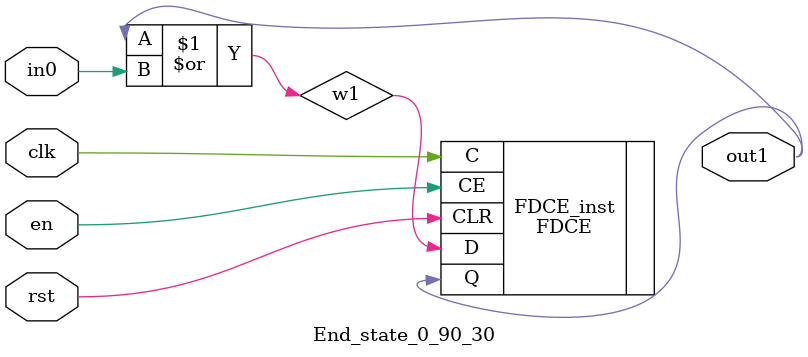
<source format=v>
module engine_0_90(out,clk,sod,en, in_1, in_3, in_4, in_5, in_7, in_8, in_12, in_15, in_17, in_18, in_19, in_20, in_32, in_42, in_65, in_110);
//pcre: /on(load|click)\s*=\s*\x22?window\.close\s*\x28/si
//block char: \x20[8], N[0], O[0], L[0], I[0], S[0], \x2E[8], a[0], e[0], c[0], d[0], =[0], w[0], \x28[8], K[0], \x22[8], 

	input clk,sod,en;

	input in_1, in_3, in_4, in_5, in_7, in_8, in_12, in_15, in_17, in_18, in_19, in_20, in_32, in_42, in_65, in_110;
	output out;

	assign w0 = 1'b1;
	state_0_90_1 BlockState_0_90_1 (w1,in_4,clk,en,sod,w0);
	state_0_90_2 BlockState_0_90_2 (w2,in_3,clk,en,sod,w1);
	state_0_90_3 BlockState_0_90_3 (w3,in_5,clk,en,sod,w2);
	state_0_90_4 BlockState_0_90_4 (w4,in_4,clk,en,sod,w3);
	state_0_90_5 BlockState_0_90_5 (w5,in_15,clk,en,sod,w4);
	state_0_90_6 BlockState_0_90_6 (w6,in_19,clk,en,sod,w5);
	state_0_90_7 BlockState_0_90_7 (w7,in_18,clk,en,sod,w2);
	state_0_90_8 BlockState_0_90_8 (w8,in_5,clk,en,sod,w7);
	state_0_90_9 BlockState_0_90_9 (w9,in_7,clk,en,sod,w8);
	state_0_90_10 BlockState_0_90_10 (w10,in_18,clk,en,sod,w9);
	state_0_90_11 BlockState_0_90_11 (w11,in_65,clk,en,sod,w10);
	state_0_90_12 BlockState_0_90_12 (w12,in_1,clk,en,sod,w12,w6,w11);
	state_0_90_13 BlockState_0_90_13 (w13,in_20,clk,en,sod,w6,w11,w12);
	state_0_90_14 BlockState_0_90_14 (w14,in_1,clk,en,sod,w14,w13);
	state_0_90_15 BlockState_0_90_15 (w15,in_110,clk,en,sod,w13,w14);
	state_0_90_16 BlockState_0_90_16 (w16,in_32,clk,en,sod,w13,w14,w15);
	state_0_90_17 BlockState_0_90_17 (w17,in_7,clk,en,sod,w16);
	state_0_90_18 BlockState_0_90_18 (w18,in_3,clk,en,sod,w17);
	state_0_90_19 BlockState_0_90_19 (w19,in_19,clk,en,sod,w18);
	state_0_90_20 BlockState_0_90_20 (w20,in_4,clk,en,sod,w19);
	state_0_90_21 BlockState_0_90_21 (w21,in_32,clk,en,sod,w20);
	state_0_90_22 BlockState_0_90_22 (w22,in_12,clk,en,sod,w21);
	state_0_90_23 BlockState_0_90_23 (w23,in_18,clk,en,sod,w22);
	state_0_90_24 BlockState_0_90_24 (w24,in_5,clk,en,sod,w23);
	state_0_90_25 BlockState_0_90_25 (w25,in_4,clk,en,sod,w24);
	state_0_90_26 BlockState_0_90_26 (w26,in_8,clk,en,sod,w25);
	state_0_90_27 BlockState_0_90_27 (w27,in_17,clk,en,sod,w26);
	state_0_90_28 BlockState_0_90_28 (w28,in_1,clk,en,sod,w28,w27);
	state_0_90_29 BlockState_0_90_29 (w29,in_42,clk,en,sod,w27,w28);
	End_state_0_90_30 BlockState_0_90_30 (out,clk,en,sod,w29);
endmodule

module state_0_90_1(out1,in_char,clk,en,rst,in0);
	input in_char,clk,en,rst,in0;
	output out1;
	wire w1,w2;
	assign w1 = in0; 
	and(w2,in_char,w1);
	FDCE #(.INIT(1'b0)) FDCE_inst (
		.Q(out1),
		.C(clk),
		.CE(en),
		.CLR(rst),
		.D(w2)
);
endmodule

module state_0_90_2(out1,in_char,clk,en,rst,in0);
	input in_char,clk,en,rst,in0;
	output out1;
	wire w1,w2;
	assign w1 = in0; 
	and(w2,in_char,w1);
	FDCE #(.INIT(1'b0)) FDCE_inst (
		.Q(out1),
		.C(clk),
		.CE(en),
		.CLR(rst),
		.D(w2)
);
endmodule

module state_0_90_3(out1,in_char,clk,en,rst,in0);
	input in_char,clk,en,rst,in0;
	output out1;
	wire w1,w2;
	assign w1 = in0; 
	and(w2,in_char,w1);
	FDCE #(.INIT(1'b0)) FDCE_inst (
		.Q(out1),
		.C(clk),
		.CE(en),
		.CLR(rst),
		.D(w2)
);
endmodule

module state_0_90_4(out1,in_char,clk,en,rst,in0);
	input in_char,clk,en,rst,in0;
	output out1;
	wire w1,w2;
	assign w1 = in0; 
	and(w2,in_char,w1);
	FDCE #(.INIT(1'b0)) FDCE_inst (
		.Q(out1),
		.C(clk),
		.CE(en),
		.CLR(rst),
		.D(w2)
);
endmodule

module state_0_90_5(out1,in_char,clk,en,rst,in0);
	input in_char,clk,en,rst,in0;
	output out1;
	wire w1,w2;
	assign w1 = in0; 
	and(w2,in_char,w1);
	FDCE #(.INIT(1'b0)) FDCE_inst (
		.Q(out1),
		.C(clk),
		.CE(en),
		.CLR(rst),
		.D(w2)
);
endmodule

module state_0_90_6(out1,in_char,clk,en,rst,in0);
	input in_char,clk,en,rst,in0;
	output out1;
	wire w1,w2;
	assign w1 = in0; 
	and(w2,in_char,w1);
	FDCE #(.INIT(1'b0)) FDCE_inst (
		.Q(out1),
		.C(clk),
		.CE(en),
		.CLR(rst),
		.D(w2)
);
endmodule

module state_0_90_7(out1,in_char,clk,en,rst,in0);
	input in_char,clk,en,rst,in0;
	output out1;
	wire w1,w2;
	assign w1 = in0; 
	and(w2,in_char,w1);
	FDCE #(.INIT(1'b0)) FDCE_inst (
		.Q(out1),
		.C(clk),
		.CE(en),
		.CLR(rst),
		.D(w2)
);
endmodule

module state_0_90_8(out1,in_char,clk,en,rst,in0);
	input in_char,clk,en,rst,in0;
	output out1;
	wire w1,w2;
	assign w1 = in0; 
	and(w2,in_char,w1);
	FDCE #(.INIT(1'b0)) FDCE_inst (
		.Q(out1),
		.C(clk),
		.CE(en),
		.CLR(rst),
		.D(w2)
);
endmodule

module state_0_90_9(out1,in_char,clk,en,rst,in0);
	input in_char,clk,en,rst,in0;
	output out1;
	wire w1,w2;
	assign w1 = in0; 
	and(w2,in_char,w1);
	FDCE #(.INIT(1'b0)) FDCE_inst (
		.Q(out1),
		.C(clk),
		.CE(en),
		.CLR(rst),
		.D(w2)
);
endmodule

module state_0_90_10(out1,in_char,clk,en,rst,in0);
	input in_char,clk,en,rst,in0;
	output out1;
	wire w1,w2;
	assign w1 = in0; 
	and(w2,in_char,w1);
	FDCE #(.INIT(1'b0)) FDCE_inst (
		.Q(out1),
		.C(clk),
		.CE(en),
		.CLR(rst),
		.D(w2)
);
endmodule

module state_0_90_11(out1,in_char,clk,en,rst,in0);
	input in_char,clk,en,rst,in0;
	output out1;
	wire w1,w2;
	assign w1 = in0; 
	and(w2,in_char,w1);
	FDCE #(.INIT(1'b0)) FDCE_inst (
		.Q(out1),
		.C(clk),
		.CE(en),
		.CLR(rst),
		.D(w2)
);
endmodule

module state_0_90_12(out1,in_char,clk,en,rst,in0,in1,in2);
	input in_char,clk,en,rst,in0,in1,in2;
	output out1;
	wire w1,w2;
	or(w1,in0,in1,in2);
	and(w2,in_char,w1);
	FDCE #(.INIT(1'b0)) FDCE_inst (
		.Q(out1),
		.C(clk),
		.CE(en),
		.CLR(rst),
		.D(w2)
);
endmodule

module state_0_90_13(out1,in_char,clk,en,rst,in0,in1,in2);
	input in_char,clk,en,rst,in0,in1,in2;
	output out1;
	wire w1,w2;
	or(w1,in0,in1,in2);
	and(w2,in_char,w1);
	FDCE #(.INIT(1'b0)) FDCE_inst (
		.Q(out1),
		.C(clk),
		.CE(en),
		.CLR(rst),
		.D(w2)
);
endmodule

module state_0_90_14(out1,in_char,clk,en,rst,in0,in1);
	input in_char,clk,en,rst,in0,in1;
	output out1;
	wire w1,w2;
	or(w1,in0,in1);
	and(w2,in_char,w1);
	FDCE #(.INIT(1'b0)) FDCE_inst (
		.Q(out1),
		.C(clk),
		.CE(en),
		.CLR(rst),
		.D(w2)
);
endmodule

module state_0_90_15(out1,in_char,clk,en,rst,in0,in1);
	input in_char,clk,en,rst,in0,in1;
	output out1;
	wire w1,w2;
	or(w1,in0,in1);
	and(w2,in_char,w1);
	FDCE #(.INIT(1'b0)) FDCE_inst (
		.Q(out1),
		.C(clk),
		.CE(en),
		.CLR(rst),
		.D(w2)
);
endmodule

module state_0_90_16(out1,in_char,clk,en,rst,in0,in1,in2);
	input in_char,clk,en,rst,in0,in1,in2;
	output out1;
	wire w1,w2;
	or(w1,in0,in1,in2);
	and(w2,in_char,w1);
	FDCE #(.INIT(1'b0)) FDCE_inst (
		.Q(out1),
		.C(clk),
		.CE(en),
		.CLR(rst),
		.D(w2)
);
endmodule

module state_0_90_17(out1,in_char,clk,en,rst,in0);
	input in_char,clk,en,rst,in0;
	output out1;
	wire w1,w2;
	assign w1 = in0; 
	and(w2,in_char,w1);
	FDCE #(.INIT(1'b0)) FDCE_inst (
		.Q(out1),
		.C(clk),
		.CE(en),
		.CLR(rst),
		.D(w2)
);
endmodule

module state_0_90_18(out1,in_char,clk,en,rst,in0);
	input in_char,clk,en,rst,in0;
	output out1;
	wire w1,w2;
	assign w1 = in0; 
	and(w2,in_char,w1);
	FDCE #(.INIT(1'b0)) FDCE_inst (
		.Q(out1),
		.C(clk),
		.CE(en),
		.CLR(rst),
		.D(w2)
);
endmodule

module state_0_90_19(out1,in_char,clk,en,rst,in0);
	input in_char,clk,en,rst,in0;
	output out1;
	wire w1,w2;
	assign w1 = in0; 
	and(w2,in_char,w1);
	FDCE #(.INIT(1'b0)) FDCE_inst (
		.Q(out1),
		.C(clk),
		.CE(en),
		.CLR(rst),
		.D(w2)
);
endmodule

module state_0_90_20(out1,in_char,clk,en,rst,in0);
	input in_char,clk,en,rst,in0;
	output out1;
	wire w1,w2;
	assign w1 = in0; 
	and(w2,in_char,w1);
	FDCE #(.INIT(1'b0)) FDCE_inst (
		.Q(out1),
		.C(clk),
		.CE(en),
		.CLR(rst),
		.D(w2)
);
endmodule

module state_0_90_21(out1,in_char,clk,en,rst,in0);
	input in_char,clk,en,rst,in0;
	output out1;
	wire w1,w2;
	assign w1 = in0; 
	and(w2,in_char,w1);
	FDCE #(.INIT(1'b0)) FDCE_inst (
		.Q(out1),
		.C(clk),
		.CE(en),
		.CLR(rst),
		.D(w2)
);
endmodule

module state_0_90_22(out1,in_char,clk,en,rst,in0);
	input in_char,clk,en,rst,in0;
	output out1;
	wire w1,w2;
	assign w1 = in0; 
	and(w2,in_char,w1);
	FDCE #(.INIT(1'b0)) FDCE_inst (
		.Q(out1),
		.C(clk),
		.CE(en),
		.CLR(rst),
		.D(w2)
);
endmodule

module state_0_90_23(out1,in_char,clk,en,rst,in0);
	input in_char,clk,en,rst,in0;
	output out1;
	wire w1,w2;
	assign w1 = in0; 
	and(w2,in_char,w1);
	FDCE #(.INIT(1'b0)) FDCE_inst (
		.Q(out1),
		.C(clk),
		.CE(en),
		.CLR(rst),
		.D(w2)
);
endmodule

module state_0_90_24(out1,in_char,clk,en,rst,in0);
	input in_char,clk,en,rst,in0;
	output out1;
	wire w1,w2;
	assign w1 = in0; 
	and(w2,in_char,w1);
	FDCE #(.INIT(1'b0)) FDCE_inst (
		.Q(out1),
		.C(clk),
		.CE(en),
		.CLR(rst),
		.D(w2)
);
endmodule

module state_0_90_25(out1,in_char,clk,en,rst,in0);
	input in_char,clk,en,rst,in0;
	output out1;
	wire w1,w2;
	assign w1 = in0; 
	and(w2,in_char,w1);
	FDCE #(.INIT(1'b0)) FDCE_inst (
		.Q(out1),
		.C(clk),
		.CE(en),
		.CLR(rst),
		.D(w2)
);
endmodule

module state_0_90_26(out1,in_char,clk,en,rst,in0);
	input in_char,clk,en,rst,in0;
	output out1;
	wire w1,w2;
	assign w1 = in0; 
	and(w2,in_char,w1);
	FDCE #(.INIT(1'b0)) FDCE_inst (
		.Q(out1),
		.C(clk),
		.CE(en),
		.CLR(rst),
		.D(w2)
);
endmodule

module state_0_90_27(out1,in_char,clk,en,rst,in0);
	input in_char,clk,en,rst,in0;
	output out1;
	wire w1,w2;
	assign w1 = in0; 
	and(w2,in_char,w1);
	FDCE #(.INIT(1'b0)) FDCE_inst (
		.Q(out1),
		.C(clk),
		.CE(en),
		.CLR(rst),
		.D(w2)
);
endmodule

module state_0_90_28(out1,in_char,clk,en,rst,in0,in1);
	input in_char,clk,en,rst,in0,in1;
	output out1;
	wire w1,w2;
	or(w1,in0,in1);
	and(w2,in_char,w1);
	FDCE #(.INIT(1'b0)) FDCE_inst (
		.Q(out1),
		.C(clk),
		.CE(en),
		.CLR(rst),
		.D(w2)
);
endmodule

module state_0_90_29(out1,in_char,clk,en,rst,in0,in1);
	input in_char,clk,en,rst,in0,in1;
	output out1;
	wire w1,w2;
	or(w1,in0,in1);
	and(w2,in_char,w1);
	FDCE #(.INIT(1'b0)) FDCE_inst (
		.Q(out1),
		.C(clk),
		.CE(en),
		.CLR(rst),
		.D(w2)
);
endmodule

module End_state_0_90_30(out1,clk,en,rst,in0);
	input clk,rst,en,in0;
	output out1;
	wire w1;
	or(w1,out1,in0);
	FDCE #(.INIT(1'b0)) FDCE_inst (
		.Q(out1),
		.C(clk),
		.CE(en),
		.CLR(rst),
		.D(w1)
);
endmodule


</source>
